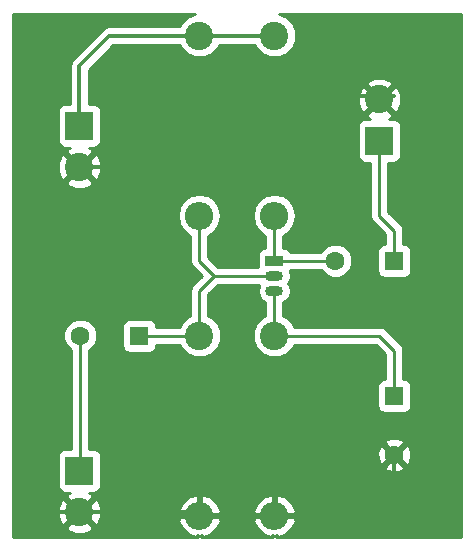
<source format=gbr>
G04 #@! TF.FileFunction,Copper,L1,Top,Signal*
%FSLAX46Y46*%
G04 Gerber Fmt 4.6, Leading zero omitted, Abs format (unit mm)*
G04 Created by KiCad (PCBNEW 4.0.5) date 05/18/17 11:07:14*
%MOMM*%
%LPD*%
G01*
G04 APERTURE LIST*
%ADD10C,0.100000*%
%ADD11R,1.600000X1.600000*%
%ADD12C,1.600000*%
%ADD13C,2.400000*%
%ADD14R,2.400000X2.400000*%
%ADD15O,1.500000X0.900000*%
%ADD16R,1.500000X0.900000*%
%ADD17O,2.400000X2.400000*%
%ADD18C,0.250000*%
%ADD19C,0.300000*%
%ADD20C,0.254000*%
G04 APERTURE END LIST*
D10*
D11*
X74930000Y-76200000D03*
D12*
X69930000Y-76200000D03*
D11*
X96520000Y-81280000D03*
D12*
X96520000Y-86280000D03*
D11*
X96520000Y-69850000D03*
D12*
X91520000Y-69850000D03*
D13*
X69850000Y-91130000D03*
D14*
X69850000Y-87630000D03*
D13*
X95250000Y-56190000D03*
D14*
X95250000Y-59690000D03*
D13*
X69850000Y-61920000D03*
D14*
X69850000Y-58420000D03*
D15*
X86360000Y-71120000D03*
X86360000Y-72390000D03*
D16*
X86360000Y-69850000D03*
D13*
X80010000Y-50800000D03*
D17*
X80010000Y-66040000D03*
D13*
X80010000Y-76200000D03*
D17*
X80010000Y-91440000D03*
D13*
X86360000Y-50800000D03*
D17*
X86360000Y-66040000D03*
D13*
X86360000Y-76200000D03*
D17*
X86360000Y-91440000D03*
D18*
X81280000Y-71120000D02*
X86360000Y-71120000D01*
X80010000Y-69850000D02*
X81280000Y-71120000D01*
X80010000Y-66040000D02*
X80010000Y-69850000D01*
X80010000Y-72390000D02*
X81280000Y-71120000D01*
X80010000Y-76200000D02*
X80010000Y-72390000D01*
X74930000Y-76200000D02*
X80010000Y-76200000D01*
X69930000Y-76200000D02*
X69930000Y-87550000D01*
X69930000Y-87550000D02*
X69850000Y-87630000D01*
X95250000Y-76200000D02*
X86360000Y-76200000D01*
X96520000Y-77470000D02*
X95250000Y-76200000D01*
X96520000Y-81280000D02*
X96520000Y-77470000D01*
X86360000Y-72390000D02*
X86360000Y-76200000D01*
D19*
X83820000Y-55880000D02*
X77780000Y-61920000D01*
X77780000Y-61920000D02*
X69850000Y-61920000D01*
X96520000Y-55880000D02*
X83820000Y-55880000D01*
X69850000Y-91130000D02*
X67620000Y-91130000D01*
X67620000Y-91130000D02*
X66040000Y-89550000D01*
X66040000Y-89550000D02*
X66040000Y-65730000D01*
X66040000Y-65730000D02*
X69850000Y-61920000D01*
X95250000Y-91440000D02*
X86360000Y-91440000D01*
X96520000Y-90170000D02*
X95250000Y-91440000D01*
X96520000Y-86280000D02*
X96520000Y-90170000D01*
X80010000Y-91440000D02*
X86360000Y-91440000D01*
X69850000Y-91130000D02*
X79700000Y-91130000D01*
X79700000Y-91130000D02*
X80010000Y-91440000D01*
D18*
X95250000Y-66040000D02*
X96520000Y-67310000D01*
X96520000Y-67310000D02*
X96520000Y-69850000D01*
X95250000Y-59690000D02*
X95250000Y-66040000D01*
X86360000Y-69850000D02*
X91520000Y-69850000D01*
X86360000Y-69850000D02*
X86360000Y-66040000D01*
D19*
X80010000Y-50800000D02*
X86360000Y-50800000D01*
X69850000Y-58420000D02*
X69850000Y-53340000D01*
X69850000Y-53340000D02*
X72390000Y-50800000D01*
X72390000Y-50800000D02*
X80010000Y-50800000D01*
D20*
G36*
X78971914Y-49243455D02*
X78455270Y-49759199D01*
X78349052Y-50015000D01*
X72390000Y-50015000D01*
X72089594Y-50074755D01*
X72089592Y-50074756D01*
X72089593Y-50074756D01*
X71834921Y-50244921D01*
X69294921Y-52784921D01*
X69124755Y-53039593D01*
X69124755Y-53039594D01*
X69065000Y-53340000D01*
X69065000Y-56572560D01*
X68650000Y-56572560D01*
X68414683Y-56616838D01*
X68198559Y-56755910D01*
X68053569Y-56968110D01*
X68002560Y-57220000D01*
X68002560Y-59620000D01*
X68046838Y-59855317D01*
X68185910Y-60071441D01*
X68398110Y-60216431D01*
X68650000Y-60267440D01*
X69019181Y-60267440D01*
X68855565Y-60335212D01*
X68732430Y-60622825D01*
X69850000Y-61740395D01*
X70967570Y-60622825D01*
X70844435Y-60335212D01*
X70666564Y-60267440D01*
X71050000Y-60267440D01*
X71285317Y-60223162D01*
X71501441Y-60084090D01*
X71646431Y-59871890D01*
X71697440Y-59620000D01*
X71697440Y-58490000D01*
X93402560Y-58490000D01*
X93402560Y-60890000D01*
X93446838Y-61125317D01*
X93585910Y-61341441D01*
X93798110Y-61486431D01*
X94050000Y-61537440D01*
X94490000Y-61537440D01*
X94490000Y-66040000D01*
X94547852Y-66330839D01*
X94712599Y-66577401D01*
X95760000Y-67624802D01*
X95760000Y-68402560D01*
X95720000Y-68402560D01*
X95484683Y-68446838D01*
X95268559Y-68585910D01*
X95123569Y-68798110D01*
X95072560Y-69050000D01*
X95072560Y-70650000D01*
X95116838Y-70885317D01*
X95255910Y-71101441D01*
X95468110Y-71246431D01*
X95720000Y-71297440D01*
X97320000Y-71297440D01*
X97555317Y-71253162D01*
X97771441Y-71114090D01*
X97916431Y-70901890D01*
X97967440Y-70650000D01*
X97967440Y-69050000D01*
X97923162Y-68814683D01*
X97784090Y-68598559D01*
X97571890Y-68453569D01*
X97320000Y-68402560D01*
X97280000Y-68402560D01*
X97280000Y-67310000D01*
X97222148Y-67019161D01*
X97222148Y-67019160D01*
X97057401Y-66772599D01*
X96010000Y-65725198D01*
X96010000Y-61537440D01*
X96450000Y-61537440D01*
X96685317Y-61493162D01*
X96901441Y-61354090D01*
X97046431Y-61141890D01*
X97097440Y-60890000D01*
X97097440Y-58490000D01*
X97053162Y-58254683D01*
X96914090Y-58038559D01*
X96701890Y-57893569D01*
X96450000Y-57842560D01*
X96080819Y-57842560D01*
X96244435Y-57774788D01*
X96367570Y-57487175D01*
X95250000Y-56369605D01*
X94132430Y-57487175D01*
X94255565Y-57774788D01*
X94433436Y-57842560D01*
X94050000Y-57842560D01*
X93814683Y-57886838D01*
X93598559Y-58025910D01*
X93453569Y-58238110D01*
X93402560Y-58490000D01*
X71697440Y-58490000D01*
X71697440Y-57220000D01*
X71653162Y-56984683D01*
X71514090Y-56768559D01*
X71301890Y-56623569D01*
X71050000Y-56572560D01*
X70635000Y-56572560D01*
X70635000Y-55877734D01*
X93405293Y-55877734D01*
X93426214Y-56607443D01*
X93665212Y-57184435D01*
X93952825Y-57307570D01*
X95070395Y-56190000D01*
X95429605Y-56190000D01*
X96547175Y-57307570D01*
X96834788Y-57184435D01*
X97094707Y-56502266D01*
X97073786Y-55772557D01*
X96834788Y-55195565D01*
X96547175Y-55072430D01*
X95429605Y-56190000D01*
X95070395Y-56190000D01*
X93952825Y-55072430D01*
X93665212Y-55195565D01*
X93405293Y-55877734D01*
X70635000Y-55877734D01*
X70635000Y-54892825D01*
X94132430Y-54892825D01*
X95250000Y-56010395D01*
X96367570Y-54892825D01*
X96244435Y-54605212D01*
X95562266Y-54345293D01*
X94832557Y-54366214D01*
X94255565Y-54605212D01*
X94132430Y-54892825D01*
X70635000Y-54892825D01*
X70635000Y-53665158D01*
X72715158Y-51585000D01*
X78348882Y-51585000D01*
X78453455Y-51838086D01*
X78969199Y-52354730D01*
X79643395Y-52634681D01*
X80373403Y-52635318D01*
X81048086Y-52356545D01*
X81564730Y-51840801D01*
X81670948Y-51585000D01*
X84698882Y-51585000D01*
X84803455Y-51838086D01*
X85319199Y-52354730D01*
X85993395Y-52634681D01*
X86723403Y-52635318D01*
X87398086Y-52356545D01*
X87914730Y-51840801D01*
X88194681Y-51166605D01*
X88195318Y-50436597D01*
X87916545Y-49761914D01*
X87400801Y-49245270D01*
X86737878Y-48970000D01*
X102160000Y-48970000D01*
X102160000Y-93270000D01*
X86487002Y-93270000D01*
X86487002Y-93111433D01*
X86771805Y-93228195D01*
X87333258Y-92995642D01*
X87854492Y-92504776D01*
X88148203Y-91851807D01*
X88031858Y-91567000D01*
X86487000Y-91567000D01*
X86487000Y-91587000D01*
X86233000Y-91587000D01*
X86233000Y-91567000D01*
X84688142Y-91567000D01*
X84571797Y-91851807D01*
X84865508Y-92504776D01*
X85386742Y-92995642D01*
X85948195Y-93228195D01*
X86232998Y-93111433D01*
X86232998Y-93270000D01*
X80137002Y-93270000D01*
X80137002Y-93111433D01*
X80421805Y-93228195D01*
X80983258Y-92995642D01*
X81504492Y-92504776D01*
X81798203Y-91851807D01*
X81681858Y-91567000D01*
X80137000Y-91567000D01*
X80137000Y-91587000D01*
X79883000Y-91587000D01*
X79883000Y-91567000D01*
X78338142Y-91567000D01*
X78221797Y-91851807D01*
X78515508Y-92504776D01*
X79036742Y-92995642D01*
X79598195Y-93228195D01*
X79882998Y-93111433D01*
X79882998Y-93270000D01*
X64210000Y-93270000D01*
X64210000Y-92427175D01*
X68732430Y-92427175D01*
X68855565Y-92714788D01*
X69537734Y-92974707D01*
X70267443Y-92953786D01*
X70844435Y-92714788D01*
X70967570Y-92427175D01*
X69850000Y-91309605D01*
X68732430Y-92427175D01*
X64210000Y-92427175D01*
X64210000Y-90817734D01*
X68005293Y-90817734D01*
X68026214Y-91547443D01*
X68265212Y-92124435D01*
X68552825Y-92247570D01*
X69670395Y-91130000D01*
X70029605Y-91130000D01*
X71147175Y-92247570D01*
X71434788Y-92124435D01*
X71694707Y-91442266D01*
X71682836Y-91028193D01*
X78221797Y-91028193D01*
X78338142Y-91313000D01*
X79883000Y-91313000D01*
X79883000Y-89768568D01*
X80137000Y-89768568D01*
X80137000Y-91313000D01*
X81681858Y-91313000D01*
X81798203Y-91028193D01*
X84571797Y-91028193D01*
X84688142Y-91313000D01*
X86233000Y-91313000D01*
X86233000Y-89768568D01*
X86487000Y-89768568D01*
X86487000Y-91313000D01*
X88031858Y-91313000D01*
X88148203Y-91028193D01*
X87854492Y-90375224D01*
X87333258Y-89884358D01*
X86771805Y-89651805D01*
X86487000Y-89768568D01*
X86233000Y-89768568D01*
X85948195Y-89651805D01*
X85386742Y-89884358D01*
X84865508Y-90375224D01*
X84571797Y-91028193D01*
X81798203Y-91028193D01*
X81504492Y-90375224D01*
X80983258Y-89884358D01*
X80421805Y-89651805D01*
X80137000Y-89768568D01*
X79883000Y-89768568D01*
X79598195Y-89651805D01*
X79036742Y-89884358D01*
X78515508Y-90375224D01*
X78221797Y-91028193D01*
X71682836Y-91028193D01*
X71673786Y-90712557D01*
X71434788Y-90135565D01*
X71147175Y-90012430D01*
X70029605Y-91130000D01*
X69670395Y-91130000D01*
X68552825Y-90012430D01*
X68265212Y-90135565D01*
X68005293Y-90817734D01*
X64210000Y-90817734D01*
X64210000Y-86430000D01*
X68002560Y-86430000D01*
X68002560Y-88830000D01*
X68046838Y-89065317D01*
X68185910Y-89281441D01*
X68398110Y-89426431D01*
X68650000Y-89477440D01*
X69019181Y-89477440D01*
X68855565Y-89545212D01*
X68732430Y-89832825D01*
X69850000Y-90950395D01*
X70967570Y-89832825D01*
X70844435Y-89545212D01*
X70666564Y-89477440D01*
X71050000Y-89477440D01*
X71285317Y-89433162D01*
X71501441Y-89294090D01*
X71646431Y-89081890D01*
X71697440Y-88830000D01*
X71697440Y-87287745D01*
X95691861Y-87287745D01*
X95765995Y-87533864D01*
X96303223Y-87726965D01*
X96873454Y-87699778D01*
X97274005Y-87533864D01*
X97348139Y-87287745D01*
X96520000Y-86459605D01*
X95691861Y-87287745D01*
X71697440Y-87287745D01*
X71697440Y-86430000D01*
X71653162Y-86194683D01*
X71568570Y-86063223D01*
X95073035Y-86063223D01*
X95100222Y-86633454D01*
X95266136Y-87034005D01*
X95512255Y-87108139D01*
X96340395Y-86280000D01*
X96699605Y-86280000D01*
X97527745Y-87108139D01*
X97773864Y-87034005D01*
X97966965Y-86496777D01*
X97939778Y-85926546D01*
X97773864Y-85525995D01*
X97527745Y-85451861D01*
X96699605Y-86280000D01*
X96340395Y-86280000D01*
X95512255Y-85451861D01*
X95266136Y-85525995D01*
X95073035Y-86063223D01*
X71568570Y-86063223D01*
X71514090Y-85978559D01*
X71301890Y-85833569D01*
X71050000Y-85782560D01*
X70690000Y-85782560D01*
X70690000Y-85272255D01*
X95691861Y-85272255D01*
X96520000Y-86100395D01*
X97348139Y-85272255D01*
X97274005Y-85026136D01*
X96736777Y-84833035D01*
X96166546Y-84860222D01*
X95765995Y-85026136D01*
X95691861Y-85272255D01*
X70690000Y-85272255D01*
X70690000Y-77438646D01*
X70741800Y-77417243D01*
X71145824Y-77013923D01*
X71364750Y-76486691D01*
X71365248Y-75915813D01*
X71152119Y-75400000D01*
X73482560Y-75400000D01*
X73482560Y-77000000D01*
X73526838Y-77235317D01*
X73665910Y-77451441D01*
X73878110Y-77596431D01*
X74130000Y-77647440D01*
X75730000Y-77647440D01*
X75965317Y-77603162D01*
X76181441Y-77464090D01*
X76326431Y-77251890D01*
X76377440Y-77000000D01*
X76377440Y-76960000D01*
X78338552Y-76960000D01*
X78453455Y-77238086D01*
X78969199Y-77754730D01*
X79643395Y-78034681D01*
X80373403Y-78035318D01*
X81048086Y-77756545D01*
X81564730Y-77240801D01*
X81844681Y-76566605D01*
X81845318Y-75836597D01*
X81566545Y-75161914D01*
X81050801Y-74645270D01*
X80770000Y-74528671D01*
X80770000Y-72704802D01*
X81594802Y-71880000D01*
X85093792Y-71880000D01*
X85030457Y-71974788D01*
X84947866Y-72390000D01*
X85030457Y-72805212D01*
X85265655Y-73157211D01*
X85600000Y-73380613D01*
X85600000Y-74528552D01*
X85321914Y-74643455D01*
X84805270Y-75159199D01*
X84525319Y-75833395D01*
X84524682Y-76563403D01*
X84803455Y-77238086D01*
X85319199Y-77754730D01*
X85993395Y-78034681D01*
X86723403Y-78035318D01*
X87398086Y-77756545D01*
X87914730Y-77240801D01*
X88031329Y-76960000D01*
X94935198Y-76960000D01*
X95760000Y-77784802D01*
X95760000Y-79832560D01*
X95720000Y-79832560D01*
X95484683Y-79876838D01*
X95268559Y-80015910D01*
X95123569Y-80228110D01*
X95072560Y-80480000D01*
X95072560Y-82080000D01*
X95116838Y-82315317D01*
X95255910Y-82531441D01*
X95468110Y-82676431D01*
X95720000Y-82727440D01*
X97320000Y-82727440D01*
X97555317Y-82683162D01*
X97771441Y-82544090D01*
X97916431Y-82331890D01*
X97967440Y-82080000D01*
X97967440Y-80480000D01*
X97923162Y-80244683D01*
X97784090Y-80028559D01*
X97571890Y-79883569D01*
X97320000Y-79832560D01*
X97280000Y-79832560D01*
X97280000Y-77470000D01*
X97222148Y-77179161D01*
X97222148Y-77179160D01*
X97057401Y-76932599D01*
X95787401Y-75662599D01*
X95540839Y-75497852D01*
X95250000Y-75440000D01*
X88031448Y-75440000D01*
X87916545Y-75161914D01*
X87400801Y-74645270D01*
X87120000Y-74528671D01*
X87120000Y-73380613D01*
X87454345Y-73157211D01*
X87689543Y-72805212D01*
X87772134Y-72390000D01*
X87689543Y-71974788D01*
X87542685Y-71755000D01*
X87689543Y-71535212D01*
X87772134Y-71120000D01*
X87689543Y-70704788D01*
X87646241Y-70639981D01*
X87666726Y-70610000D01*
X90281354Y-70610000D01*
X90302757Y-70661800D01*
X90706077Y-71065824D01*
X91233309Y-71284750D01*
X91804187Y-71285248D01*
X92331800Y-71067243D01*
X92735824Y-70663923D01*
X92954750Y-70136691D01*
X92955248Y-69565813D01*
X92737243Y-69038200D01*
X92333923Y-68634176D01*
X91806691Y-68415250D01*
X91235813Y-68414752D01*
X90708200Y-68632757D01*
X90304176Y-69036077D01*
X90281785Y-69090000D01*
X87665105Y-69090000D01*
X87574090Y-68948559D01*
X87361890Y-68803569D01*
X87120000Y-68754585D01*
X87120000Y-67732664D01*
X87657541Y-67373491D01*
X88055319Y-66778174D01*
X88195000Y-66075950D01*
X88195000Y-66004050D01*
X88055319Y-65301826D01*
X87657541Y-64706509D01*
X87062224Y-64308731D01*
X86360000Y-64169050D01*
X85657776Y-64308731D01*
X85062459Y-64706509D01*
X84664681Y-65301826D01*
X84525000Y-66004050D01*
X84525000Y-66075950D01*
X84664681Y-66778174D01*
X85062459Y-67373491D01*
X85600000Y-67732664D01*
X85600000Y-68754442D01*
X85374683Y-68796838D01*
X85158559Y-68935910D01*
X85013569Y-69148110D01*
X84962560Y-69400000D01*
X84962560Y-70300000D01*
X84973850Y-70360000D01*
X81594802Y-70360000D01*
X80770000Y-69535198D01*
X80770000Y-67732664D01*
X81307541Y-67373491D01*
X81705319Y-66778174D01*
X81845000Y-66075950D01*
X81845000Y-66004050D01*
X81705319Y-65301826D01*
X81307541Y-64706509D01*
X80712224Y-64308731D01*
X80010000Y-64169050D01*
X79307776Y-64308731D01*
X78712459Y-64706509D01*
X78314681Y-65301826D01*
X78175000Y-66004050D01*
X78175000Y-66075950D01*
X78314681Y-66778174D01*
X78712459Y-67373491D01*
X79250000Y-67732664D01*
X79250000Y-69850000D01*
X79307852Y-70140839D01*
X79472599Y-70387401D01*
X80205198Y-71120000D01*
X79472599Y-71852599D01*
X79307852Y-72099161D01*
X79250000Y-72390000D01*
X79250000Y-74528552D01*
X78971914Y-74643455D01*
X78455270Y-75159199D01*
X78338671Y-75440000D01*
X76377440Y-75440000D01*
X76377440Y-75400000D01*
X76333162Y-75164683D01*
X76194090Y-74948559D01*
X75981890Y-74803569D01*
X75730000Y-74752560D01*
X74130000Y-74752560D01*
X73894683Y-74796838D01*
X73678559Y-74935910D01*
X73533569Y-75148110D01*
X73482560Y-75400000D01*
X71152119Y-75400000D01*
X71147243Y-75388200D01*
X70743923Y-74984176D01*
X70216691Y-74765250D01*
X69645813Y-74764752D01*
X69118200Y-74982757D01*
X68714176Y-75386077D01*
X68495250Y-75913309D01*
X68494752Y-76484187D01*
X68712757Y-77011800D01*
X69116077Y-77415824D01*
X69170000Y-77438215D01*
X69170000Y-85782560D01*
X68650000Y-85782560D01*
X68414683Y-85826838D01*
X68198559Y-85965910D01*
X68053569Y-86178110D01*
X68002560Y-86430000D01*
X64210000Y-86430000D01*
X64210000Y-63217175D01*
X68732430Y-63217175D01*
X68855565Y-63504788D01*
X69537734Y-63764707D01*
X70267443Y-63743786D01*
X70844435Y-63504788D01*
X70967570Y-63217175D01*
X69850000Y-62099605D01*
X68732430Y-63217175D01*
X64210000Y-63217175D01*
X64210000Y-61607734D01*
X68005293Y-61607734D01*
X68026214Y-62337443D01*
X68265212Y-62914435D01*
X68552825Y-63037570D01*
X69670395Y-61920000D01*
X70029605Y-61920000D01*
X71147175Y-63037570D01*
X71434788Y-62914435D01*
X71694707Y-62232266D01*
X71673786Y-61502557D01*
X71434788Y-60925565D01*
X71147175Y-60802430D01*
X70029605Y-61920000D01*
X69670395Y-61920000D01*
X68552825Y-60802430D01*
X68265212Y-60925565D01*
X68005293Y-61607734D01*
X64210000Y-61607734D01*
X64210000Y-48970000D01*
X79633726Y-48970000D01*
X78971914Y-49243455D01*
X78971914Y-49243455D01*
G37*
X78971914Y-49243455D02*
X78455270Y-49759199D01*
X78349052Y-50015000D01*
X72390000Y-50015000D01*
X72089594Y-50074755D01*
X72089592Y-50074756D01*
X72089593Y-50074756D01*
X71834921Y-50244921D01*
X69294921Y-52784921D01*
X69124755Y-53039593D01*
X69124755Y-53039594D01*
X69065000Y-53340000D01*
X69065000Y-56572560D01*
X68650000Y-56572560D01*
X68414683Y-56616838D01*
X68198559Y-56755910D01*
X68053569Y-56968110D01*
X68002560Y-57220000D01*
X68002560Y-59620000D01*
X68046838Y-59855317D01*
X68185910Y-60071441D01*
X68398110Y-60216431D01*
X68650000Y-60267440D01*
X69019181Y-60267440D01*
X68855565Y-60335212D01*
X68732430Y-60622825D01*
X69850000Y-61740395D01*
X70967570Y-60622825D01*
X70844435Y-60335212D01*
X70666564Y-60267440D01*
X71050000Y-60267440D01*
X71285317Y-60223162D01*
X71501441Y-60084090D01*
X71646431Y-59871890D01*
X71697440Y-59620000D01*
X71697440Y-58490000D01*
X93402560Y-58490000D01*
X93402560Y-60890000D01*
X93446838Y-61125317D01*
X93585910Y-61341441D01*
X93798110Y-61486431D01*
X94050000Y-61537440D01*
X94490000Y-61537440D01*
X94490000Y-66040000D01*
X94547852Y-66330839D01*
X94712599Y-66577401D01*
X95760000Y-67624802D01*
X95760000Y-68402560D01*
X95720000Y-68402560D01*
X95484683Y-68446838D01*
X95268559Y-68585910D01*
X95123569Y-68798110D01*
X95072560Y-69050000D01*
X95072560Y-70650000D01*
X95116838Y-70885317D01*
X95255910Y-71101441D01*
X95468110Y-71246431D01*
X95720000Y-71297440D01*
X97320000Y-71297440D01*
X97555317Y-71253162D01*
X97771441Y-71114090D01*
X97916431Y-70901890D01*
X97967440Y-70650000D01*
X97967440Y-69050000D01*
X97923162Y-68814683D01*
X97784090Y-68598559D01*
X97571890Y-68453569D01*
X97320000Y-68402560D01*
X97280000Y-68402560D01*
X97280000Y-67310000D01*
X97222148Y-67019161D01*
X97222148Y-67019160D01*
X97057401Y-66772599D01*
X96010000Y-65725198D01*
X96010000Y-61537440D01*
X96450000Y-61537440D01*
X96685317Y-61493162D01*
X96901441Y-61354090D01*
X97046431Y-61141890D01*
X97097440Y-60890000D01*
X97097440Y-58490000D01*
X97053162Y-58254683D01*
X96914090Y-58038559D01*
X96701890Y-57893569D01*
X96450000Y-57842560D01*
X96080819Y-57842560D01*
X96244435Y-57774788D01*
X96367570Y-57487175D01*
X95250000Y-56369605D01*
X94132430Y-57487175D01*
X94255565Y-57774788D01*
X94433436Y-57842560D01*
X94050000Y-57842560D01*
X93814683Y-57886838D01*
X93598559Y-58025910D01*
X93453569Y-58238110D01*
X93402560Y-58490000D01*
X71697440Y-58490000D01*
X71697440Y-57220000D01*
X71653162Y-56984683D01*
X71514090Y-56768559D01*
X71301890Y-56623569D01*
X71050000Y-56572560D01*
X70635000Y-56572560D01*
X70635000Y-55877734D01*
X93405293Y-55877734D01*
X93426214Y-56607443D01*
X93665212Y-57184435D01*
X93952825Y-57307570D01*
X95070395Y-56190000D01*
X95429605Y-56190000D01*
X96547175Y-57307570D01*
X96834788Y-57184435D01*
X97094707Y-56502266D01*
X97073786Y-55772557D01*
X96834788Y-55195565D01*
X96547175Y-55072430D01*
X95429605Y-56190000D01*
X95070395Y-56190000D01*
X93952825Y-55072430D01*
X93665212Y-55195565D01*
X93405293Y-55877734D01*
X70635000Y-55877734D01*
X70635000Y-54892825D01*
X94132430Y-54892825D01*
X95250000Y-56010395D01*
X96367570Y-54892825D01*
X96244435Y-54605212D01*
X95562266Y-54345293D01*
X94832557Y-54366214D01*
X94255565Y-54605212D01*
X94132430Y-54892825D01*
X70635000Y-54892825D01*
X70635000Y-53665158D01*
X72715158Y-51585000D01*
X78348882Y-51585000D01*
X78453455Y-51838086D01*
X78969199Y-52354730D01*
X79643395Y-52634681D01*
X80373403Y-52635318D01*
X81048086Y-52356545D01*
X81564730Y-51840801D01*
X81670948Y-51585000D01*
X84698882Y-51585000D01*
X84803455Y-51838086D01*
X85319199Y-52354730D01*
X85993395Y-52634681D01*
X86723403Y-52635318D01*
X87398086Y-52356545D01*
X87914730Y-51840801D01*
X88194681Y-51166605D01*
X88195318Y-50436597D01*
X87916545Y-49761914D01*
X87400801Y-49245270D01*
X86737878Y-48970000D01*
X102160000Y-48970000D01*
X102160000Y-93270000D01*
X86487002Y-93270000D01*
X86487002Y-93111433D01*
X86771805Y-93228195D01*
X87333258Y-92995642D01*
X87854492Y-92504776D01*
X88148203Y-91851807D01*
X88031858Y-91567000D01*
X86487000Y-91567000D01*
X86487000Y-91587000D01*
X86233000Y-91587000D01*
X86233000Y-91567000D01*
X84688142Y-91567000D01*
X84571797Y-91851807D01*
X84865508Y-92504776D01*
X85386742Y-92995642D01*
X85948195Y-93228195D01*
X86232998Y-93111433D01*
X86232998Y-93270000D01*
X80137002Y-93270000D01*
X80137002Y-93111433D01*
X80421805Y-93228195D01*
X80983258Y-92995642D01*
X81504492Y-92504776D01*
X81798203Y-91851807D01*
X81681858Y-91567000D01*
X80137000Y-91567000D01*
X80137000Y-91587000D01*
X79883000Y-91587000D01*
X79883000Y-91567000D01*
X78338142Y-91567000D01*
X78221797Y-91851807D01*
X78515508Y-92504776D01*
X79036742Y-92995642D01*
X79598195Y-93228195D01*
X79882998Y-93111433D01*
X79882998Y-93270000D01*
X64210000Y-93270000D01*
X64210000Y-92427175D01*
X68732430Y-92427175D01*
X68855565Y-92714788D01*
X69537734Y-92974707D01*
X70267443Y-92953786D01*
X70844435Y-92714788D01*
X70967570Y-92427175D01*
X69850000Y-91309605D01*
X68732430Y-92427175D01*
X64210000Y-92427175D01*
X64210000Y-90817734D01*
X68005293Y-90817734D01*
X68026214Y-91547443D01*
X68265212Y-92124435D01*
X68552825Y-92247570D01*
X69670395Y-91130000D01*
X70029605Y-91130000D01*
X71147175Y-92247570D01*
X71434788Y-92124435D01*
X71694707Y-91442266D01*
X71682836Y-91028193D01*
X78221797Y-91028193D01*
X78338142Y-91313000D01*
X79883000Y-91313000D01*
X79883000Y-89768568D01*
X80137000Y-89768568D01*
X80137000Y-91313000D01*
X81681858Y-91313000D01*
X81798203Y-91028193D01*
X84571797Y-91028193D01*
X84688142Y-91313000D01*
X86233000Y-91313000D01*
X86233000Y-89768568D01*
X86487000Y-89768568D01*
X86487000Y-91313000D01*
X88031858Y-91313000D01*
X88148203Y-91028193D01*
X87854492Y-90375224D01*
X87333258Y-89884358D01*
X86771805Y-89651805D01*
X86487000Y-89768568D01*
X86233000Y-89768568D01*
X85948195Y-89651805D01*
X85386742Y-89884358D01*
X84865508Y-90375224D01*
X84571797Y-91028193D01*
X81798203Y-91028193D01*
X81504492Y-90375224D01*
X80983258Y-89884358D01*
X80421805Y-89651805D01*
X80137000Y-89768568D01*
X79883000Y-89768568D01*
X79598195Y-89651805D01*
X79036742Y-89884358D01*
X78515508Y-90375224D01*
X78221797Y-91028193D01*
X71682836Y-91028193D01*
X71673786Y-90712557D01*
X71434788Y-90135565D01*
X71147175Y-90012430D01*
X70029605Y-91130000D01*
X69670395Y-91130000D01*
X68552825Y-90012430D01*
X68265212Y-90135565D01*
X68005293Y-90817734D01*
X64210000Y-90817734D01*
X64210000Y-86430000D01*
X68002560Y-86430000D01*
X68002560Y-88830000D01*
X68046838Y-89065317D01*
X68185910Y-89281441D01*
X68398110Y-89426431D01*
X68650000Y-89477440D01*
X69019181Y-89477440D01*
X68855565Y-89545212D01*
X68732430Y-89832825D01*
X69850000Y-90950395D01*
X70967570Y-89832825D01*
X70844435Y-89545212D01*
X70666564Y-89477440D01*
X71050000Y-89477440D01*
X71285317Y-89433162D01*
X71501441Y-89294090D01*
X71646431Y-89081890D01*
X71697440Y-88830000D01*
X71697440Y-87287745D01*
X95691861Y-87287745D01*
X95765995Y-87533864D01*
X96303223Y-87726965D01*
X96873454Y-87699778D01*
X97274005Y-87533864D01*
X97348139Y-87287745D01*
X96520000Y-86459605D01*
X95691861Y-87287745D01*
X71697440Y-87287745D01*
X71697440Y-86430000D01*
X71653162Y-86194683D01*
X71568570Y-86063223D01*
X95073035Y-86063223D01*
X95100222Y-86633454D01*
X95266136Y-87034005D01*
X95512255Y-87108139D01*
X96340395Y-86280000D01*
X96699605Y-86280000D01*
X97527745Y-87108139D01*
X97773864Y-87034005D01*
X97966965Y-86496777D01*
X97939778Y-85926546D01*
X97773864Y-85525995D01*
X97527745Y-85451861D01*
X96699605Y-86280000D01*
X96340395Y-86280000D01*
X95512255Y-85451861D01*
X95266136Y-85525995D01*
X95073035Y-86063223D01*
X71568570Y-86063223D01*
X71514090Y-85978559D01*
X71301890Y-85833569D01*
X71050000Y-85782560D01*
X70690000Y-85782560D01*
X70690000Y-85272255D01*
X95691861Y-85272255D01*
X96520000Y-86100395D01*
X97348139Y-85272255D01*
X97274005Y-85026136D01*
X96736777Y-84833035D01*
X96166546Y-84860222D01*
X95765995Y-85026136D01*
X95691861Y-85272255D01*
X70690000Y-85272255D01*
X70690000Y-77438646D01*
X70741800Y-77417243D01*
X71145824Y-77013923D01*
X71364750Y-76486691D01*
X71365248Y-75915813D01*
X71152119Y-75400000D01*
X73482560Y-75400000D01*
X73482560Y-77000000D01*
X73526838Y-77235317D01*
X73665910Y-77451441D01*
X73878110Y-77596431D01*
X74130000Y-77647440D01*
X75730000Y-77647440D01*
X75965317Y-77603162D01*
X76181441Y-77464090D01*
X76326431Y-77251890D01*
X76377440Y-77000000D01*
X76377440Y-76960000D01*
X78338552Y-76960000D01*
X78453455Y-77238086D01*
X78969199Y-77754730D01*
X79643395Y-78034681D01*
X80373403Y-78035318D01*
X81048086Y-77756545D01*
X81564730Y-77240801D01*
X81844681Y-76566605D01*
X81845318Y-75836597D01*
X81566545Y-75161914D01*
X81050801Y-74645270D01*
X80770000Y-74528671D01*
X80770000Y-72704802D01*
X81594802Y-71880000D01*
X85093792Y-71880000D01*
X85030457Y-71974788D01*
X84947866Y-72390000D01*
X85030457Y-72805212D01*
X85265655Y-73157211D01*
X85600000Y-73380613D01*
X85600000Y-74528552D01*
X85321914Y-74643455D01*
X84805270Y-75159199D01*
X84525319Y-75833395D01*
X84524682Y-76563403D01*
X84803455Y-77238086D01*
X85319199Y-77754730D01*
X85993395Y-78034681D01*
X86723403Y-78035318D01*
X87398086Y-77756545D01*
X87914730Y-77240801D01*
X88031329Y-76960000D01*
X94935198Y-76960000D01*
X95760000Y-77784802D01*
X95760000Y-79832560D01*
X95720000Y-79832560D01*
X95484683Y-79876838D01*
X95268559Y-80015910D01*
X95123569Y-80228110D01*
X95072560Y-80480000D01*
X95072560Y-82080000D01*
X95116838Y-82315317D01*
X95255910Y-82531441D01*
X95468110Y-82676431D01*
X95720000Y-82727440D01*
X97320000Y-82727440D01*
X97555317Y-82683162D01*
X97771441Y-82544090D01*
X97916431Y-82331890D01*
X97967440Y-82080000D01*
X97967440Y-80480000D01*
X97923162Y-80244683D01*
X97784090Y-80028559D01*
X97571890Y-79883569D01*
X97320000Y-79832560D01*
X97280000Y-79832560D01*
X97280000Y-77470000D01*
X97222148Y-77179161D01*
X97222148Y-77179160D01*
X97057401Y-76932599D01*
X95787401Y-75662599D01*
X95540839Y-75497852D01*
X95250000Y-75440000D01*
X88031448Y-75440000D01*
X87916545Y-75161914D01*
X87400801Y-74645270D01*
X87120000Y-74528671D01*
X87120000Y-73380613D01*
X87454345Y-73157211D01*
X87689543Y-72805212D01*
X87772134Y-72390000D01*
X87689543Y-71974788D01*
X87542685Y-71755000D01*
X87689543Y-71535212D01*
X87772134Y-71120000D01*
X87689543Y-70704788D01*
X87646241Y-70639981D01*
X87666726Y-70610000D01*
X90281354Y-70610000D01*
X90302757Y-70661800D01*
X90706077Y-71065824D01*
X91233309Y-71284750D01*
X91804187Y-71285248D01*
X92331800Y-71067243D01*
X92735824Y-70663923D01*
X92954750Y-70136691D01*
X92955248Y-69565813D01*
X92737243Y-69038200D01*
X92333923Y-68634176D01*
X91806691Y-68415250D01*
X91235813Y-68414752D01*
X90708200Y-68632757D01*
X90304176Y-69036077D01*
X90281785Y-69090000D01*
X87665105Y-69090000D01*
X87574090Y-68948559D01*
X87361890Y-68803569D01*
X87120000Y-68754585D01*
X87120000Y-67732664D01*
X87657541Y-67373491D01*
X88055319Y-66778174D01*
X88195000Y-66075950D01*
X88195000Y-66004050D01*
X88055319Y-65301826D01*
X87657541Y-64706509D01*
X87062224Y-64308731D01*
X86360000Y-64169050D01*
X85657776Y-64308731D01*
X85062459Y-64706509D01*
X84664681Y-65301826D01*
X84525000Y-66004050D01*
X84525000Y-66075950D01*
X84664681Y-66778174D01*
X85062459Y-67373491D01*
X85600000Y-67732664D01*
X85600000Y-68754442D01*
X85374683Y-68796838D01*
X85158559Y-68935910D01*
X85013569Y-69148110D01*
X84962560Y-69400000D01*
X84962560Y-70300000D01*
X84973850Y-70360000D01*
X81594802Y-70360000D01*
X80770000Y-69535198D01*
X80770000Y-67732664D01*
X81307541Y-67373491D01*
X81705319Y-66778174D01*
X81845000Y-66075950D01*
X81845000Y-66004050D01*
X81705319Y-65301826D01*
X81307541Y-64706509D01*
X80712224Y-64308731D01*
X80010000Y-64169050D01*
X79307776Y-64308731D01*
X78712459Y-64706509D01*
X78314681Y-65301826D01*
X78175000Y-66004050D01*
X78175000Y-66075950D01*
X78314681Y-66778174D01*
X78712459Y-67373491D01*
X79250000Y-67732664D01*
X79250000Y-69850000D01*
X79307852Y-70140839D01*
X79472599Y-70387401D01*
X80205198Y-71120000D01*
X79472599Y-71852599D01*
X79307852Y-72099161D01*
X79250000Y-72390000D01*
X79250000Y-74528552D01*
X78971914Y-74643455D01*
X78455270Y-75159199D01*
X78338671Y-75440000D01*
X76377440Y-75440000D01*
X76377440Y-75400000D01*
X76333162Y-75164683D01*
X76194090Y-74948559D01*
X75981890Y-74803569D01*
X75730000Y-74752560D01*
X74130000Y-74752560D01*
X73894683Y-74796838D01*
X73678559Y-74935910D01*
X73533569Y-75148110D01*
X73482560Y-75400000D01*
X71152119Y-75400000D01*
X71147243Y-75388200D01*
X70743923Y-74984176D01*
X70216691Y-74765250D01*
X69645813Y-74764752D01*
X69118200Y-74982757D01*
X68714176Y-75386077D01*
X68495250Y-75913309D01*
X68494752Y-76484187D01*
X68712757Y-77011800D01*
X69116077Y-77415824D01*
X69170000Y-77438215D01*
X69170000Y-85782560D01*
X68650000Y-85782560D01*
X68414683Y-85826838D01*
X68198559Y-85965910D01*
X68053569Y-86178110D01*
X68002560Y-86430000D01*
X64210000Y-86430000D01*
X64210000Y-63217175D01*
X68732430Y-63217175D01*
X68855565Y-63504788D01*
X69537734Y-63764707D01*
X70267443Y-63743786D01*
X70844435Y-63504788D01*
X70967570Y-63217175D01*
X69850000Y-62099605D01*
X68732430Y-63217175D01*
X64210000Y-63217175D01*
X64210000Y-61607734D01*
X68005293Y-61607734D01*
X68026214Y-62337443D01*
X68265212Y-62914435D01*
X68552825Y-63037570D01*
X69670395Y-61920000D01*
X70029605Y-61920000D01*
X71147175Y-63037570D01*
X71434788Y-62914435D01*
X71694707Y-62232266D01*
X71673786Y-61502557D01*
X71434788Y-60925565D01*
X71147175Y-60802430D01*
X70029605Y-61920000D01*
X69670395Y-61920000D01*
X68552825Y-60802430D01*
X68265212Y-60925565D01*
X68005293Y-61607734D01*
X64210000Y-61607734D01*
X64210000Y-48970000D01*
X79633726Y-48970000D01*
X78971914Y-49243455D01*
M02*

</source>
